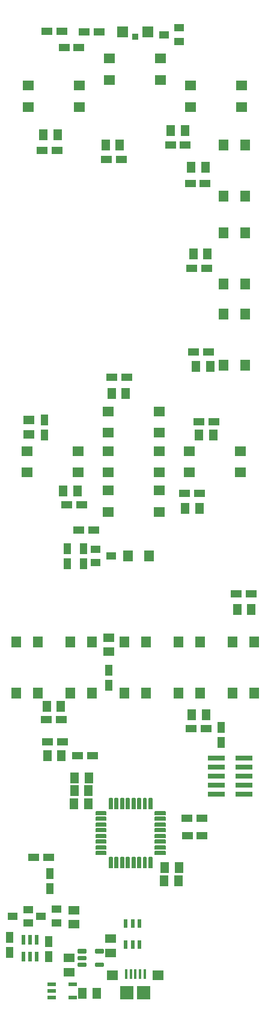
<source format=gbr>
G04 EAGLE Gerber RS-274X export*
G75*
%MOMM*%
%FSLAX34Y34*%
%LPD*%
%INSolderpaste Top*%
%IPPOS*%
%AMOC8*
5,1,8,0,0,1.08239X$1,22.5*%
G01*
%ADD10R,1.300000X1.600000*%
%ADD11R,1.600000X1.300000*%
%ADD12R,0.900000X0.900000*%
%ADD13R,1.500000X1.500000*%
%ADD14R,1.400000X1.500000*%
%ADD15C,0.137500*%
%ADD16R,1.400000X1.000000*%
%ADD17C,0.300000*%
%ADD18R,1.181100X0.508000*%
%ADD19R,0.600000X1.350000*%
%ADD20R,0.609600X1.181100*%
%ADD21R,2.387600X0.762000*%
%ADD22R,0.400000X1.350000*%
%ADD23R,1.600000X1.400000*%
%ADD24R,1.900000X1.900000*%
%ADD25R,1.000000X1.500000*%
%ADD26R,1.500000X1.000000*%
%ADD27R,1.400000X1.600000*%


D10*
X251554Y178562D03*
X231554Y178562D03*
D11*
X40386Y806864D03*
X40386Y826864D03*
D10*
X109314Y726948D03*
X89314Y726948D03*
X260764Y702310D03*
X280764Y702310D03*
X289400Y1182370D03*
X269400Y1182370D03*
X292448Y1060704D03*
X272448Y1060704D03*
X296004Y901954D03*
X276004Y901954D03*
X66708Y354838D03*
X86708Y354838D03*
X65946Y423926D03*
X85946Y423926D03*
D11*
X152908Y520794D03*
X152908Y500794D03*
D10*
X270416Y412242D03*
X290416Y412242D03*
X124808Y305054D03*
X104808Y305054D03*
X334170Y560578D03*
X354170Y560578D03*
X125062Y322834D03*
X105062Y322834D03*
D11*
X156210Y76868D03*
X156210Y96868D03*
X97790Y49944D03*
X97790Y69944D03*
D10*
X116238Y19812D03*
X136238Y19812D03*
D11*
X104394Y117254D03*
X104394Y137254D03*
D10*
X252062Y196850D03*
X232062Y196850D03*
X124300Y287020D03*
X104300Y287020D03*
X148750Y1213866D03*
X168750Y1213866D03*
X61374Y1228598D03*
X81374Y1228598D03*
X240698Y1234440D03*
X260698Y1234440D03*
X157386Y863854D03*
X177386Y863854D03*
X280322Y805688D03*
X300322Y805688D03*
D12*
X190500Y1366522D03*
D13*
X208000Y1373022D03*
X173000Y1373022D03*
D14*
X180072Y636016D03*
X210072Y636016D03*
D15*
X149463Y271707D02*
X135237Y271707D01*
X135237Y275833D01*
X149463Y275833D01*
X149463Y271707D01*
X149463Y273013D02*
X135237Y273013D01*
X135237Y274319D02*
X149463Y274319D01*
X149463Y275625D02*
X135237Y275625D01*
X135237Y263707D02*
X149463Y263707D01*
X135237Y263707D02*
X135237Y267833D01*
X149463Y267833D01*
X149463Y263707D01*
X149463Y265013D02*
X135237Y265013D01*
X135237Y266319D02*
X149463Y266319D01*
X149463Y267625D02*
X135237Y267625D01*
X135237Y255707D02*
X149463Y255707D01*
X135237Y255707D02*
X135237Y259833D01*
X149463Y259833D01*
X149463Y255707D01*
X149463Y257013D02*
X135237Y257013D01*
X135237Y258319D02*
X149463Y258319D01*
X149463Y259625D02*
X135237Y259625D01*
X135237Y247707D02*
X149463Y247707D01*
X135237Y247707D02*
X135237Y251833D01*
X149463Y251833D01*
X149463Y247707D01*
X149463Y249013D02*
X135237Y249013D01*
X135237Y250319D02*
X149463Y250319D01*
X149463Y251625D02*
X135237Y251625D01*
X135237Y239707D02*
X149463Y239707D01*
X135237Y239707D02*
X135237Y243833D01*
X149463Y243833D01*
X149463Y239707D01*
X149463Y241013D02*
X135237Y241013D01*
X135237Y242319D02*
X149463Y242319D01*
X149463Y243625D02*
X135237Y243625D01*
X135237Y231707D02*
X149463Y231707D01*
X135237Y231707D02*
X135237Y235833D01*
X149463Y235833D01*
X149463Y231707D01*
X149463Y233013D02*
X135237Y233013D01*
X135237Y234319D02*
X149463Y234319D01*
X149463Y235625D02*
X135237Y235625D01*
X135237Y223707D02*
X149463Y223707D01*
X135237Y223707D02*
X135237Y227833D01*
X149463Y227833D01*
X149463Y223707D01*
X149463Y225013D02*
X135237Y225013D01*
X135237Y226319D02*
X149463Y226319D01*
X149463Y227625D02*
X135237Y227625D01*
X135237Y215707D02*
X149463Y215707D01*
X135237Y215707D02*
X135237Y219833D01*
X149463Y219833D01*
X149463Y215707D01*
X149463Y217013D02*
X135237Y217013D01*
X135237Y218319D02*
X149463Y218319D01*
X149463Y219625D02*
X135237Y219625D01*
X158213Y211083D02*
X158213Y196857D01*
X154087Y196857D01*
X154087Y211083D01*
X158213Y211083D01*
X158213Y198163D02*
X154087Y198163D01*
X154087Y199469D02*
X158213Y199469D01*
X158213Y200775D02*
X154087Y200775D01*
X154087Y202081D02*
X158213Y202081D01*
X158213Y203387D02*
X154087Y203387D01*
X154087Y204693D02*
X158213Y204693D01*
X158213Y205999D02*
X154087Y205999D01*
X154087Y207305D02*
X158213Y207305D01*
X158213Y208611D02*
X154087Y208611D01*
X154087Y209917D02*
X158213Y209917D01*
X166213Y211083D02*
X166213Y196857D01*
X162087Y196857D01*
X162087Y211083D01*
X166213Y211083D01*
X166213Y198163D02*
X162087Y198163D01*
X162087Y199469D02*
X166213Y199469D01*
X166213Y200775D02*
X162087Y200775D01*
X162087Y202081D02*
X166213Y202081D01*
X166213Y203387D02*
X162087Y203387D01*
X162087Y204693D02*
X166213Y204693D01*
X166213Y205999D02*
X162087Y205999D01*
X162087Y207305D02*
X166213Y207305D01*
X166213Y208611D02*
X162087Y208611D01*
X162087Y209917D02*
X166213Y209917D01*
X174213Y211083D02*
X174213Y196857D01*
X170087Y196857D01*
X170087Y211083D01*
X174213Y211083D01*
X174213Y198163D02*
X170087Y198163D01*
X170087Y199469D02*
X174213Y199469D01*
X174213Y200775D02*
X170087Y200775D01*
X170087Y202081D02*
X174213Y202081D01*
X174213Y203387D02*
X170087Y203387D01*
X170087Y204693D02*
X174213Y204693D01*
X174213Y205999D02*
X170087Y205999D01*
X170087Y207305D02*
X174213Y207305D01*
X174213Y208611D02*
X170087Y208611D01*
X170087Y209917D02*
X174213Y209917D01*
X182213Y211083D02*
X182213Y196857D01*
X178087Y196857D01*
X178087Y211083D01*
X182213Y211083D01*
X182213Y198163D02*
X178087Y198163D01*
X178087Y199469D02*
X182213Y199469D01*
X182213Y200775D02*
X178087Y200775D01*
X178087Y202081D02*
X182213Y202081D01*
X182213Y203387D02*
X178087Y203387D01*
X178087Y204693D02*
X182213Y204693D01*
X182213Y205999D02*
X178087Y205999D01*
X178087Y207305D02*
X182213Y207305D01*
X182213Y208611D02*
X178087Y208611D01*
X178087Y209917D02*
X182213Y209917D01*
X190213Y211083D02*
X190213Y196857D01*
X186087Y196857D01*
X186087Y211083D01*
X190213Y211083D01*
X190213Y198163D02*
X186087Y198163D01*
X186087Y199469D02*
X190213Y199469D01*
X190213Y200775D02*
X186087Y200775D01*
X186087Y202081D02*
X190213Y202081D01*
X190213Y203387D02*
X186087Y203387D01*
X186087Y204693D02*
X190213Y204693D01*
X190213Y205999D02*
X186087Y205999D01*
X186087Y207305D02*
X190213Y207305D01*
X190213Y208611D02*
X186087Y208611D01*
X186087Y209917D02*
X190213Y209917D01*
X198213Y211083D02*
X198213Y196857D01*
X194087Y196857D01*
X194087Y211083D01*
X198213Y211083D01*
X198213Y198163D02*
X194087Y198163D01*
X194087Y199469D02*
X198213Y199469D01*
X198213Y200775D02*
X194087Y200775D01*
X194087Y202081D02*
X198213Y202081D01*
X198213Y203387D02*
X194087Y203387D01*
X194087Y204693D02*
X198213Y204693D01*
X198213Y205999D02*
X194087Y205999D01*
X194087Y207305D02*
X198213Y207305D01*
X198213Y208611D02*
X194087Y208611D01*
X194087Y209917D02*
X198213Y209917D01*
X206213Y211083D02*
X206213Y196857D01*
X202087Y196857D01*
X202087Y211083D01*
X206213Y211083D01*
X206213Y198163D02*
X202087Y198163D01*
X202087Y199469D02*
X206213Y199469D01*
X206213Y200775D02*
X202087Y200775D01*
X202087Y202081D02*
X206213Y202081D01*
X206213Y203387D02*
X202087Y203387D01*
X202087Y204693D02*
X206213Y204693D01*
X206213Y205999D02*
X202087Y205999D01*
X202087Y207305D02*
X206213Y207305D01*
X206213Y208611D02*
X202087Y208611D01*
X202087Y209917D02*
X206213Y209917D01*
X214213Y211083D02*
X214213Y196857D01*
X210087Y196857D01*
X210087Y211083D01*
X214213Y211083D01*
X214213Y198163D02*
X210087Y198163D01*
X210087Y199469D02*
X214213Y199469D01*
X214213Y200775D02*
X210087Y200775D01*
X210087Y202081D02*
X214213Y202081D01*
X214213Y203387D02*
X210087Y203387D01*
X210087Y204693D02*
X214213Y204693D01*
X214213Y205999D02*
X210087Y205999D01*
X210087Y207305D02*
X214213Y207305D01*
X214213Y208611D02*
X210087Y208611D01*
X210087Y209917D02*
X214213Y209917D01*
X218837Y219833D02*
X233063Y219833D01*
X233063Y215707D01*
X218837Y215707D01*
X218837Y219833D01*
X218837Y217013D02*
X233063Y217013D01*
X233063Y218319D02*
X218837Y218319D01*
X218837Y219625D02*
X233063Y219625D01*
X233063Y227833D02*
X218837Y227833D01*
X233063Y227833D02*
X233063Y223707D01*
X218837Y223707D01*
X218837Y227833D01*
X218837Y225013D02*
X233063Y225013D01*
X233063Y226319D02*
X218837Y226319D01*
X218837Y227625D02*
X233063Y227625D01*
X233063Y235833D02*
X218837Y235833D01*
X233063Y235833D02*
X233063Y231707D01*
X218837Y231707D01*
X218837Y235833D01*
X218837Y233013D02*
X233063Y233013D01*
X233063Y234319D02*
X218837Y234319D01*
X218837Y235625D02*
X233063Y235625D01*
X233063Y243833D02*
X218837Y243833D01*
X233063Y243833D02*
X233063Y239707D01*
X218837Y239707D01*
X218837Y243833D01*
X218837Y241013D02*
X233063Y241013D01*
X233063Y242319D02*
X218837Y242319D01*
X218837Y243625D02*
X233063Y243625D01*
X233063Y251833D02*
X218837Y251833D01*
X233063Y251833D02*
X233063Y247707D01*
X218837Y247707D01*
X218837Y251833D01*
X218837Y249013D02*
X233063Y249013D01*
X233063Y250319D02*
X218837Y250319D01*
X218837Y251625D02*
X233063Y251625D01*
X233063Y259833D02*
X218837Y259833D01*
X233063Y259833D02*
X233063Y255707D01*
X218837Y255707D01*
X218837Y259833D01*
X218837Y257013D02*
X233063Y257013D01*
X233063Y258319D02*
X218837Y258319D01*
X218837Y259625D02*
X233063Y259625D01*
X233063Y267833D02*
X218837Y267833D01*
X233063Y267833D02*
X233063Y263707D01*
X218837Y263707D01*
X218837Y267833D01*
X218837Y265013D02*
X233063Y265013D01*
X233063Y266319D02*
X218837Y266319D01*
X218837Y267625D02*
X233063Y267625D01*
X233063Y275833D02*
X218837Y275833D01*
X233063Y275833D02*
X233063Y271707D01*
X218837Y271707D01*
X218837Y275833D01*
X218837Y273013D02*
X233063Y273013D01*
X233063Y274319D02*
X218837Y274319D01*
X218837Y275625D02*
X233063Y275625D01*
X210087Y280457D02*
X210087Y294683D01*
X214213Y294683D01*
X214213Y280457D01*
X210087Y280457D01*
X210087Y281763D02*
X214213Y281763D01*
X214213Y283069D02*
X210087Y283069D01*
X210087Y284375D02*
X214213Y284375D01*
X214213Y285681D02*
X210087Y285681D01*
X210087Y286987D02*
X214213Y286987D01*
X214213Y288293D02*
X210087Y288293D01*
X210087Y289599D02*
X214213Y289599D01*
X214213Y290905D02*
X210087Y290905D01*
X210087Y292211D02*
X214213Y292211D01*
X214213Y293517D02*
X210087Y293517D01*
X202087Y294683D02*
X202087Y280457D01*
X202087Y294683D02*
X206213Y294683D01*
X206213Y280457D01*
X202087Y280457D01*
X202087Y281763D02*
X206213Y281763D01*
X206213Y283069D02*
X202087Y283069D01*
X202087Y284375D02*
X206213Y284375D01*
X206213Y285681D02*
X202087Y285681D01*
X202087Y286987D02*
X206213Y286987D01*
X206213Y288293D02*
X202087Y288293D01*
X202087Y289599D02*
X206213Y289599D01*
X206213Y290905D02*
X202087Y290905D01*
X202087Y292211D02*
X206213Y292211D01*
X206213Y293517D02*
X202087Y293517D01*
X194087Y294683D02*
X194087Y280457D01*
X194087Y294683D02*
X198213Y294683D01*
X198213Y280457D01*
X194087Y280457D01*
X194087Y281763D02*
X198213Y281763D01*
X198213Y283069D02*
X194087Y283069D01*
X194087Y284375D02*
X198213Y284375D01*
X198213Y285681D02*
X194087Y285681D01*
X194087Y286987D02*
X198213Y286987D01*
X198213Y288293D02*
X194087Y288293D01*
X194087Y289599D02*
X198213Y289599D01*
X198213Y290905D02*
X194087Y290905D01*
X194087Y292211D02*
X198213Y292211D01*
X198213Y293517D02*
X194087Y293517D01*
X186087Y294683D02*
X186087Y280457D01*
X186087Y294683D02*
X190213Y294683D01*
X190213Y280457D01*
X186087Y280457D01*
X186087Y281763D02*
X190213Y281763D01*
X190213Y283069D02*
X186087Y283069D01*
X186087Y284375D02*
X190213Y284375D01*
X190213Y285681D02*
X186087Y285681D01*
X186087Y286987D02*
X190213Y286987D01*
X190213Y288293D02*
X186087Y288293D01*
X186087Y289599D02*
X190213Y289599D01*
X190213Y290905D02*
X186087Y290905D01*
X186087Y292211D02*
X190213Y292211D01*
X190213Y293517D02*
X186087Y293517D01*
X178087Y294683D02*
X178087Y280457D01*
X178087Y294683D02*
X182213Y294683D01*
X182213Y280457D01*
X178087Y280457D01*
X178087Y281763D02*
X182213Y281763D01*
X182213Y283069D02*
X178087Y283069D01*
X178087Y284375D02*
X182213Y284375D01*
X182213Y285681D02*
X178087Y285681D01*
X178087Y286987D02*
X182213Y286987D01*
X182213Y288293D02*
X178087Y288293D01*
X178087Y289599D02*
X182213Y289599D01*
X182213Y290905D02*
X178087Y290905D01*
X178087Y292211D02*
X182213Y292211D01*
X182213Y293517D02*
X178087Y293517D01*
X170087Y294683D02*
X170087Y280457D01*
X170087Y294683D02*
X174213Y294683D01*
X174213Y280457D01*
X170087Y280457D01*
X170087Y281763D02*
X174213Y281763D01*
X174213Y283069D02*
X170087Y283069D01*
X170087Y284375D02*
X174213Y284375D01*
X174213Y285681D02*
X170087Y285681D01*
X170087Y286987D02*
X174213Y286987D01*
X174213Y288293D02*
X170087Y288293D01*
X170087Y289599D02*
X174213Y289599D01*
X174213Y290905D02*
X170087Y290905D01*
X170087Y292211D02*
X174213Y292211D01*
X174213Y293517D02*
X170087Y293517D01*
X162087Y294683D02*
X162087Y280457D01*
X162087Y294683D02*
X166213Y294683D01*
X166213Y280457D01*
X162087Y280457D01*
X162087Y281763D02*
X166213Y281763D01*
X166213Y283069D02*
X162087Y283069D01*
X162087Y284375D02*
X166213Y284375D01*
X166213Y285681D02*
X162087Y285681D01*
X162087Y286987D02*
X166213Y286987D01*
X166213Y288293D02*
X162087Y288293D01*
X162087Y289599D02*
X166213Y289599D01*
X166213Y290905D02*
X162087Y290905D01*
X162087Y292211D02*
X166213Y292211D01*
X166213Y293517D02*
X162087Y293517D01*
X154087Y294683D02*
X154087Y280457D01*
X154087Y294683D02*
X158213Y294683D01*
X158213Y280457D01*
X154087Y280457D01*
X154087Y281763D02*
X158213Y281763D01*
X158213Y283069D02*
X154087Y283069D01*
X154087Y284375D02*
X158213Y284375D01*
X158213Y285681D02*
X154087Y285681D01*
X154087Y286987D02*
X158213Y286987D01*
X158213Y288293D02*
X154087Y288293D01*
X154087Y289599D02*
X158213Y289599D01*
X158213Y290905D02*
X154087Y290905D01*
X154087Y292211D02*
X158213Y292211D01*
X158213Y293517D02*
X154087Y293517D01*
D16*
X230783Y1369136D03*
X252783Y1378636D03*
X252783Y1359636D03*
X157050Y635762D03*
X135050Y626262D03*
X135050Y645262D03*
D17*
X120166Y77748D02*
X110966Y77748D01*
X110966Y80748D01*
X120166Y80748D01*
X120166Y77748D01*
X120166Y80598D02*
X110966Y80598D01*
X110966Y68248D02*
X120166Y68248D01*
X110966Y68248D02*
X110966Y71248D01*
X120166Y71248D01*
X120166Y68248D01*
X120166Y71098D02*
X110966Y71098D01*
X110966Y58748D02*
X120166Y58748D01*
X110966Y58748D02*
X110966Y61748D01*
X120166Y61748D01*
X120166Y58748D01*
X120166Y61598D02*
X110966Y61598D01*
X135866Y58748D02*
X145066Y58748D01*
X135866Y58748D02*
X135866Y61748D01*
X145066Y61748D01*
X145066Y58748D01*
X145066Y61598D02*
X135866Y61598D01*
X135866Y77748D02*
X145066Y77748D01*
X135866Y77748D02*
X135866Y80748D01*
X145066Y80748D01*
X145066Y77748D01*
X145066Y80598D02*
X135866Y80598D01*
D18*
X72885Y32817D03*
X72885Y23317D03*
X72885Y13817D03*
X102222Y13817D03*
X102222Y32817D03*
D19*
X32715Y72072D03*
X42215Y72072D03*
X51715Y72072D03*
X32715Y95772D03*
X42215Y95772D03*
X51715Y95772D03*
D16*
X17778Y128372D03*
X39778Y137872D03*
X39778Y118872D03*
X57402Y128880D03*
X79402Y138380D03*
X79402Y119380D03*
D20*
X196368Y118428D03*
X186868Y118428D03*
X177368Y118428D03*
X177368Y89091D03*
X186868Y89091D03*
X196368Y89091D03*
D21*
X344061Y300253D03*
X305061Y300253D03*
X344061Y312953D03*
X305061Y312953D03*
X344061Y325653D03*
X305061Y325653D03*
X344061Y338353D03*
X305061Y338353D03*
X344061Y351053D03*
X305061Y351053D03*
D22*
X177754Y47578D03*
X184254Y47578D03*
X190754Y47578D03*
X197254Y47578D03*
X203754Y47578D03*
D23*
X158754Y45328D03*
X222754Y45328D03*
D24*
X178754Y20828D03*
X202754Y20828D03*
D25*
X311658Y373523D03*
X311658Y394573D03*
D26*
X259985Y723646D03*
X281035Y723646D03*
X289163Y1159764D03*
X268113Y1159764D03*
X291195Y1040130D03*
X270145Y1040130D03*
X293481Y923036D03*
X272431Y923036D03*
X66691Y373634D03*
X87741Y373634D03*
X86725Y405384D03*
X65675Y405384D03*
D25*
X152908Y474837D03*
X152908Y453787D03*
D26*
X290433Y392938D03*
X269383Y392938D03*
X353933Y582422D03*
X332883Y582422D03*
X130667Y354838D03*
X109617Y354838D03*
X110887Y671830D03*
X131937Y671830D03*
D25*
X117348Y645525D03*
X117348Y624475D03*
X94488Y624983D03*
X94488Y646033D03*
D26*
X87233Y1373632D03*
X66183Y1373632D03*
X90313Y1351026D03*
X111363Y1351026D03*
D25*
X13970Y99171D03*
X13970Y78121D03*
X68834Y72025D03*
X68834Y93075D03*
D26*
X171053Y1193546D03*
X150003Y1193546D03*
X80121Y1206500D03*
X59071Y1206500D03*
X261223Y1213866D03*
X240173Y1213866D03*
X157369Y887222D03*
X178419Y887222D03*
X301355Y824484D03*
X280305Y824484D03*
D25*
X62992Y805831D03*
X62992Y826881D03*
D26*
X114919Y707644D03*
X93869Y707644D03*
D23*
X154500Y1305800D03*
X226500Y1305800D03*
X154500Y1335800D03*
X226500Y1335800D03*
D27*
X345200Y1017948D03*
X345200Y1089948D03*
X315200Y1017948D03*
X315200Y1089948D03*
X345200Y903800D03*
X345200Y975800D03*
X315200Y903800D03*
X315200Y975800D03*
X23100Y514790D03*
X23100Y442790D03*
X53100Y514790D03*
X53100Y442790D03*
X99300Y514790D03*
X99300Y442790D03*
X129300Y514790D03*
X129300Y442790D03*
X175500Y514790D03*
X175500Y442790D03*
X205500Y514790D03*
X205500Y442790D03*
X251700Y514790D03*
X251700Y442790D03*
X281700Y514790D03*
X281700Y442790D03*
X327900Y514790D03*
X327900Y442790D03*
X357900Y514790D03*
X357900Y442790D03*
D23*
X40200Y1267700D03*
X112200Y1267700D03*
X40200Y1297700D03*
X112200Y1297700D03*
X268800Y1267700D03*
X340800Y1267700D03*
X268800Y1297700D03*
X340800Y1297700D03*
X152341Y809027D03*
X224341Y809027D03*
X152341Y839027D03*
X224341Y839027D03*
X266641Y753401D03*
X338641Y753401D03*
X266641Y783401D03*
X338641Y783401D03*
X38041Y753401D03*
X110041Y753401D03*
X38041Y783401D03*
X110041Y783401D03*
X152341Y697775D03*
X224341Y697775D03*
X152341Y727775D03*
X224341Y727775D03*
X152341Y753401D03*
X224341Y753401D03*
X152341Y783401D03*
X224341Y783401D03*
D27*
X345200Y1141925D03*
X345200Y1213925D03*
X315200Y1141925D03*
X315200Y1213925D03*
D25*
X70358Y167529D03*
X70358Y188579D03*
D26*
X68869Y211328D03*
X47819Y211328D03*
X118888Y1372870D03*
X139938Y1372870D03*
X263820Y241630D03*
X284870Y241630D03*
X263592Y266548D03*
X284642Y266548D03*
M02*

</source>
